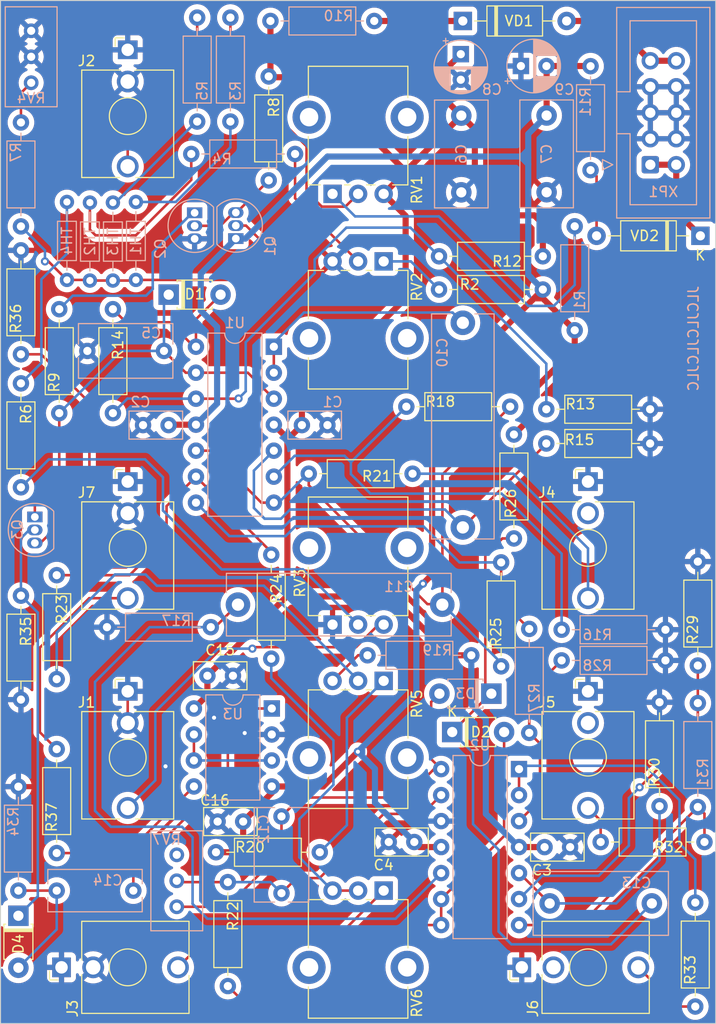
<source format=kicad_pcb>
(kicad_pcb (version 20221018) (generator pcbnew)

  (general
    (thickness 1.6)
  )

  (paper "A4")
  (layers
    (0 "F.Cu" signal)
    (31 "B.Cu" signal)
    (32 "B.Adhes" user "B.Adhesive")
    (33 "F.Adhes" user "F.Adhesive")
    (34 "B.Paste" user)
    (35 "F.Paste" user)
    (36 "B.SilkS" user "B.Silkscreen")
    (37 "F.SilkS" user "F.Silkscreen")
    (38 "B.Mask" user)
    (39 "F.Mask" user)
    (40 "Dwgs.User" user "User.Drawings")
    (41 "Cmts.User" user "User.Comments")
    (42 "Eco1.User" user "User.Eco1")
    (43 "Eco2.User" user "User.Eco2")
    (44 "Edge.Cuts" user)
    (45 "Margin" user)
    (46 "B.CrtYd" user "B.Courtyard")
    (47 "F.CrtYd" user "F.Courtyard")
    (48 "B.Fab" user)
    (49 "F.Fab" user)
    (50 "User.1" user)
    (51 "User.2" user)
    (52 "User.3" user)
    (53 "User.4" user)
    (54 "User.5" user)
    (55 "User.6" user)
    (56 "User.7" user)
    (57 "User.8" user)
    (58 "User.9" user)
  )

  (setup
    (stackup
      (layer "F.SilkS" (type "Top Silk Screen"))
      (layer "F.Paste" (type "Top Solder Paste"))
      (layer "F.Mask" (type "Top Solder Mask") (thickness 0.01))
      (layer "F.Cu" (type "copper") (thickness 0.035))
      (layer "dielectric 1" (type "core") (thickness 1.51) (material "FR4") (epsilon_r 4.5) (loss_tangent 0.02))
      (layer "B.Cu" (type "copper") (thickness 0.035))
      (layer "B.Mask" (type "Bottom Solder Mask") (thickness 0.01))
      (layer "B.Paste" (type "Bottom Solder Paste"))
      (layer "B.SilkS" (type "Bottom Silk Screen"))
      (copper_finish "None")
      (dielectric_constraints no)
    )
    (pad_to_mask_clearance 0)
    (grid_origin 84.5 17.5)
    (pcbplotparams
      (layerselection 0x00010fc_ffffffff)
      (plot_on_all_layers_selection 0x0000000_00000000)
      (disableapertmacros false)
      (usegerberextensions false)
      (usegerberattributes true)
      (usegerberadvancedattributes true)
      (creategerberjobfile true)
      (dashed_line_dash_ratio 12.000000)
      (dashed_line_gap_ratio 3.000000)
      (svgprecision 6)
      (plotframeref false)
      (viasonmask true)
      (mode 1)
      (useauxorigin true)
      (hpglpennumber 1)
      (hpglpenspeed 20)
      (hpglpendiameter 15.000000)
      (dxfpolygonmode true)
      (dxfimperialunits true)
      (dxfusepcbnewfont true)
      (psnegative false)
      (psa4output false)
      (plotreference true)
      (plotvalue true)
      (plotinvisibletext false)
      (sketchpadsonfab false)
      (subtractmaskfromsilk false)
      (outputformat 1)
      (mirror false)
      (drillshape 0)
      (scaleselection 1)
      (outputdirectory "./gerbers")
    )
  )

  (net 0 "")
  (net 1 "+12V")
  (net 2 "GNDREF")
  (net 3 "-12V")
  (net 4 "Net-(D1-K)")
  (net 5 "Net-(U1A--)")
  (net 6 "Net-(U1B-+)")
  (net 7 "Net-(U1C-+)")
  (net 8 "Net-(U2C-+)")
  (net 9 "Net-(U2D--)")
  (net 10 "Net-(D3-A)")
  (net 11 "Net-(D2-K)")
  (net 12 "Net-(U2B-+)")
  (net 13 "Net-(D4-A)")
  (net 14 "Net-(D1-A)")
  (net 15 "Net-(C14-Pad1)")
  (net 16 "Net-(D2-A)")
  (net 17 "Net-(D4-K)")
  (net 18 "Net-(R1-Pad1)")
  (net 19 "Net-(R2-Pad1)")
  (net 20 "Net-(R3-Pad1)")
  (net 21 "Net-(R3-Pad2)")
  (net 22 "Net-(R4-Pad1)")
  (net 23 "Net-(R4-Pad2)")
  (net 24 "Net-(R5-Pad1)")
  (net 25 "Net-(J2-PadT)")
  (net 26 "Net-(R6-Pad1)")
  (net 27 "Net-(R6-Pad2)")
  (net 28 "Net-(R7-Pad2)")
  (net 29 "Net-(Q1-B)")
  (net 30 "Net-(Q1-E)")
  (net 31 "Net-(Q2-C)")
  (net 32 "Net-(Q3-E)")
  (net 33 "Net-(R19-Pad2)")
  (net 34 "Net-(R20-Pad1)")
  (net 35 "Net-(J4-PadT)")
  (net 36 "Net-(VD1-K)")
  (net 37 "Net-(R23-Pad2)")
  (net 38 "Net-(R24-Pad2)")
  (net 39 "Net-(R25-Pad2)")
  (net 40 "Net-(VD2-A)")
  (net 41 "Net-(U1D-+)")
  (net 42 "Net-(R31-Pad1)")
  (net 43 "Net-(J5-PadT)")
  (net 44 "Net-(J6-PadT)")
  (net 45 "Net-(U1B--)")
  (net 46 "/FM IN LVL")
  (net 47 "Net-(J3-PadT)")
  (net 48 "unconnected-(RV7-Pad1)")
  (net 49 "Net-(U1C--)")
  (net 50 "Net-(U2A-+)")
  (net 51 "Net-(U2B--)")
  (net 52 "Net-(U2A--)")
  (net 53 "unconnected-(J4-PadTN)")
  (net 54 "unconnected-(J5-PadTN)")
  (net 55 "unconnected-(J6-PadTN)")
  (net 56 "Net-(J7-PadT)")
  (net 57 "Net-(U3B-+)")
  (net 58 "Net-(U3A-+)")
  (net 59 "Net-(VD1-A)")
  (net 60 "Net-(VD2-K)")

  (footprint "Capacitor_THT:C_Disc_D5.0mm_W2.5mm_P2.50mm" (layer "F.Cu") (at 144.85 124.15))

  (footprint "SynthMages:Jack_3.5mm_QingPu_WQP-PJ398SM_Vertical_CircularHoles_Socket_Centered" (layer "F.Cu") (at 136.05 117.9))

  (footprint "Resistor_THT:R_Axial_DIN0207_L6.3mm_D2.5mm_P10.16mm_Horizontal" (layer "F.Cu") (at 145.85 130.07 -90))

  (footprint "SynthMages:Potentiometer_Alpha_RD901F-40-00D_Single_Vertical_CircularHoles_Shaft_Centered" (layer "F.Cu") (at 158.6 76.9 -90))

  (footprint "Resistor_THT:R_Axial_DIN0207_L6.3mm_D2.5mm_P10.16mm_Horizontal" (layer "F.Cu") (at 163.93 90.15 180))

  (footprint "SynthMages:Jack_3.5mm_QingPu_WQP-PJ398SM_Vertical_CircularHoles_Socket_Centered" (layer "F.Cu") (at 181.1 117.9))

  (footprint "Resistor_THT:R_Axial_DIN0207_L6.3mm_D2.5mm_P10.16mm_Horizontal" (layer "F.Cu") (at 125.6 81.32 -90))

  (footprint "SynthMages:Jack_3.5mm_QingPu_WQP-PJ398SM_Vertical_CircularHoles_Socket_Centered" (layer "F.Cu") (at 136.05 97.4))

  (footprint "Resistor_THT:R_Axial_DIN0207_L6.3mm_D2.5mm_P10.16mm_Horizontal" (layer "F.Cu") (at 192.5 126.15 180))

  (footprint "SynthMages:Jack_3.5mm_QingPu_WQP-PJ398SM_Vertical_CircularHoles_Socket_Centered" (layer "F.Cu") (at 181.1 138.4 90))

  (footprint "SynthMages:Jack_3.5mm_QingPu_WQP-PJ398SM_Vertical_CircularHoles_Socket_Centered" (layer "F.Cu") (at 136.05 55.2))

  (footprint "Resistor_THT:R_Axial_DIN0207_L6.3mm_D2.5mm_P10.16mm_Horizontal" (layer "F.Cu") (at 150.1 98.07 -90))

  (footprint "Resistor_THT:R_Axial_DIN0207_L6.3mm_D2.5mm_P10.16mm_Horizontal" (layer "F.Cu") (at 191.6 142.23 90))

  (footprint "Resistor_THT:R_Axial_DIN0207_L6.3mm_D2.5mm_P10.16mm_Horizontal" (layer "F.Cu") (at 191.85 108.9 90))

  (footprint "Capacitor_THT:C_Disc_D5.0mm_W2.5mm_P2.50mm" (layer "F.Cu") (at 143.85 109.9))

  (footprint "Capacitor_THT:C_Disc_D5.0mm_W2.5mm_P2.50mm" (layer "F.Cu") (at 161.6 126.15))

  (footprint "Resistor_THT:R_Axial_DIN0207_L6.3mm_D2.5mm_P10.16mm_Horizontal" (layer "F.Cu") (at 177.02 87.2))

  (footprint "SynthMages:Potentiometer_Alpha_RD901F-40-00D_Single_Vertical_CircularHoles_Shaft_Centered" (layer "F.Cu") (at 158.6 117.9 -90))

  (footprint "Resistor_THT:R_Axial_DIN0207_L6.3mm_D2.5mm_P10.16mm_Horizontal" (layer "F.Cu") (at 176.68 68.9 180))

  (footprint "Diode_THT:D_A-405_P10.16mm_Horizontal" (layer "F.Cu") (at 192.1 66.9 180))

  (footprint "Capacitor_THT:C_Disc_D5.0mm_W2.5mm_P2.50mm" (layer "F.Cu") (at 176.85 126.65))

  (footprint "Diode_THT:D_T-1_P5.08mm_Horizontal" (layer "F.Cu") (at 167.81 115.4))

  (footprint "SynthMages:Jack_3.5mm_QingPu_WQP-PJ398SM_Vertical_CircularHoles_Socket_Centered" (layer "F.Cu") (at 136.05 138.4 90))

  (footprint "Resistor_THT:R_Axial_DIN0207_L6.3mm_D2.5mm_P10.16mm_Horizontal" (layer "F.Cu") (at 125.6 78.48 90))

  (footprint "Diode_THT:D_T-1_P5.08mm_Horizontal" (layer "F.Cu") (at 140.06 72.65))

  (footprint "Resistor_THT:R_Axial_DIN0207_L6.3mm_D2.5mm_P10.16mm_Horizontal" (layer "F.Cu") (at 166.52 72.15))

  (footprint "Resistor_THT:R_Axial_DIN0207_L6.3mm_D2.5mm_P10.16mm_Horizontal" (layer "F.Cu") (at 129.1 127.23 90))

  (footprint "Resistor_THT:R_Axial_DIN0207_L6.3mm_D2.5mm_P10.16mm_Horizontal" (layer "F.Cu") (at 125.6 102.07 -90))

  (footprint "SynthMages:Potentiometer_Alpha_RD901F-40-00D_Single_Vertical_CircularHoles_Shaft_Centered" (layer "F.Cu") (at 158.6 55.3 90))

  (footprint "Resistor_THT:R_Axial_DIN0207_L6.3mm_D2.5mm_P10.16mm_Horizontal" (layer "F.Cu") (at 188.1 122.65 90))

  (footprint "Resistor_THT:R_Axial_DIN0207_L6.3mm_D2.5mm_P10.16mm_Horizontal" (layer "F.Cu") (at 154.85 127.15 180))

  (footprint "Resistor_THT:R_Axial_DIN0207_L6.3mm_D2.5mm_P10.16mm_Horizontal" (layer "F.Cu") (at 149.85 51.32 -90))

  (footprint "Diode_THT:D_T-1_P5.08mm_Horizontal" (layer "F.Cu") (at 125.35 133.36 -90))

  (footprint "Resistor_THT:R_Axial_DIN0207_L6.3mm_D2.5mm_P10.16mm_Horizontal" (layer "F.Cu") (at 177.02 83.85))

  (footprint "Resistor_THT:R_Axial_DIN0207_L6.3mm_D2.5mm_P10.16mm_Horizontal" (layer "F.Cu") (at 172.6 108.98 90))

  (footprint "SynthMages:Potentiometer_Alpha_RD901F-40-00D_Single_Vertical_CircularHoles_Shaft_Centered" (layer "F.Cu") (at 158.6 97.4 90))

  (footprint "Resistor_THT:R_Axial_DIN0207_L6.3mm_D2.5mm_P10.16mm_Horizontal" (layer "F.Cu") (at 129.35 84.23 90))

  (footprint "Resistor_THT:R_Axial_DIN0207_L6.3mm_D2.5mm_P10.16mm_Horizontal" (layer "F.Cu") (at 129.1 100.07 -90))

  (footprint "Resistor_THT:R_Axial_DIN0207_L6.3mm_D2.5mm_P10.16mm_Horizontal" (layer "F.Cu") (at 173.85 96.48 90))

  (footprint "Resistor_THT:R_Axial_DIN0207_L6.3mm_D2.5mm_P10.16mm_Horizontal" (layer "F.Cu") (at 163.32 83.6))

  (footprint "Resistor_THT:R_Axial_DIN0207_L6.3mm_D2.5mm_P10.16mm_Horizontal" (layer "F.Cu") (at 134.6 74.07 -90))

  (footprint "Diode_THT:D_A-405_P10.16mm_Horizontal" (layer "F.Cu")
    (tstamp f00b4898-b17e-4af6-9d4d-9a2526c30da0)
    (at 168.85 45.9)
    (descr "Diode, A-405 series, Axial, Horizontal, pin pitch=10.16mm, , length*diameter=5.2*2.7mm^2, , http://www.diodes.com/_files/packages/A-405.pdf")
    (tags "Diode A-405 series Axial Horizontal pin pitch 10.16mm  length 5.2mm diameter 2.7mm")
    (property "Sheetfile" "Fireball.kicad_sch")
    (property "Sheetname" "")
    (property "ki_description" "Schottky diode")
    (property "ki_keywords" "diode Schottky")
    (path "/b3dd7f2d-1654-418e-a95b-48dc2b12cac5")
    (attr through_hole)
    (fp_text reference "VD1" (at 5.5 0) (layer "F.SilkS")
        (effects (font (size 1 1) (thickness 0.15)))
      (tstamp 0d52b09d-3639-41ce-ad8f-b1b1953bc5c5)
    )
    (fp_text value "1N5819" (at 5.08 2.25) (layer "F.Fab")
        (effects (font (size 1 1) (thickness 0.15)))
      (tstamp 802210df-0d40-4607-97d4-381a71f8b821)
    )
    (fp_text user "${REFERENCE}" (at 5.47 0) (layer "F.Fab")
        (effects (font (size 1 1) (thickness 0.15)))
      (tstamp 29bb0613-6609-4033-bb68-3c8e7355eff5)
    )
    (fp_line (start 1.14 0) (end 2.36 0)
      (stroke (width 0.12) (type solid)) (layer "F.SilkS")
... [1243009 chars truncated]
</source>
